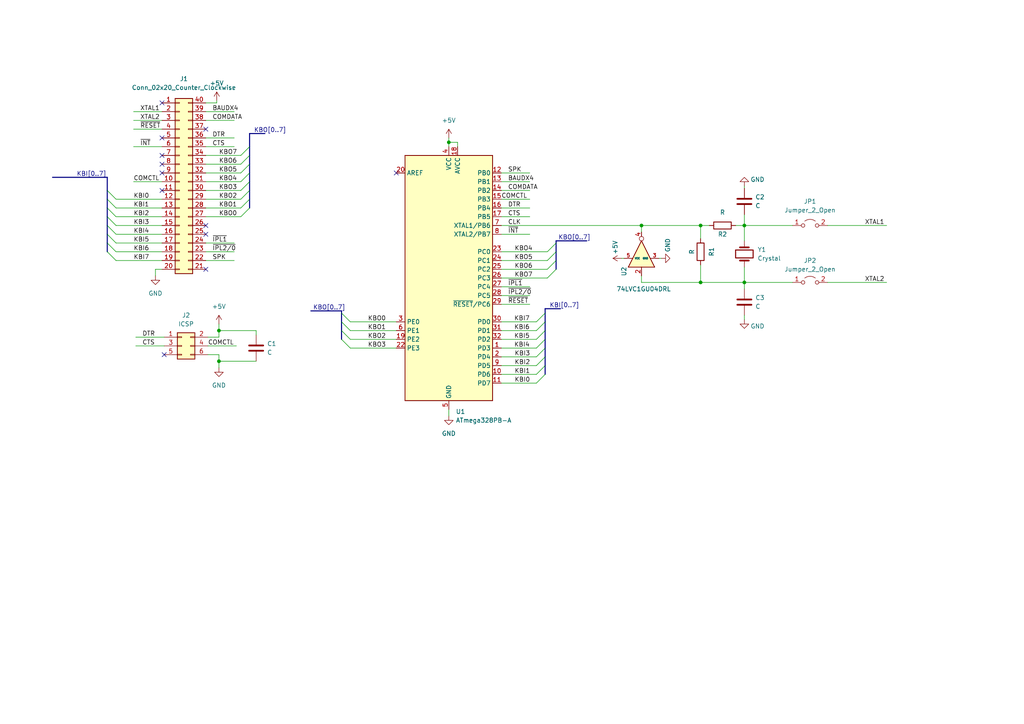
<source format=kicad_sch>
(kicad_sch (version 20211123) (generator eeschema)
  (paper "A4")
  (title_block (title "SINCLAIR QL i8049 REPLACEMENT") (date "2022-02-13") (rev "00") (company "Alvaro Alea Fernandez") (comment 1 "Replace IC24") (comment 2 "THIS IS WIP, DO NOT WORK, DO NOT USE"))
  (lib_symbols
    (symbol "74xGxx:74LVC1GU04DRL"
      (property "Reference" "U" (at -2.54 5.08 0))
      (property "Value" "74LVC1GU04DRL" (at 8.89 5.08 0))
      (symbol "74LVC1GU04DRL_0_1"
        (rectangle (start -2.54 3.81) (end -2.54 -3.81) (stroke (width 0.254)) (fill (type background)))
        (polyline (pts (xy -2.54 -3.81) (xy 5.08 0) (xy -2.54 3.81)) (stroke (width 0.254)) (fill (type background)))
        (circle (center 5.715 0) (radius 0.635))
      )
      (symbol "74LVC1GU04DRL_1_1"
        (pin no_connect line (at 5.08 0 180) (length 2.54) hide (name "NC") (number "1"))
        (pin input line (at -5.08 0 0) (length 2.54) (name "~") (number "2"))
        (pin power_in line (at 0 -5.08 90) (length 2.54) (name "GND") (number "3"))
        (pin output line (at 7.62 0 180) (length 1.27) (name "~") (number "4"))
        (pin power_in line (at 0 5.08 270) (length 2.54) (name "VCC") (number "5"))
      )
    )
    (symbol "Connector_Generic:Conn_02x03_Odd_Even" (pin_names (offset 1.016) hide)
      (property "Reference" "J" (at 1.27 5.08 0))
      (property "Value" "Conn_02x03_Odd_Even" (at 1.27 -5.08 0))
      (symbol "Conn_02x03_Odd_Even_1_1"
        (rectangle (start -1.27 -2.413) (end 0 -2.667) (stroke (width 0.1524)))
        (rectangle (start -1.27 0.127) (end 0 -0.127) (stroke (width 0.1524)))
        (rectangle (start -1.27 2.667) (end 0 2.413) (stroke (width 0.1524)))
        (rectangle (start -1.27 3.81) (end 3.81 -3.81) (stroke (width 0.254)) (fill (type background)))
        (rectangle (start 3.81 -2.413) (end 2.54 -2.667) (stroke (width 0.1524)))
        (rectangle (start 3.81 0.127) (end 2.54 -0.127) (stroke (width 0.1524)))
        (rectangle (start 3.81 2.667) (end 2.54 2.413) (stroke (width 0.1524)))
        (pin passive line (at -5.08 2.54 0) (length 3.81) (name "Pin_1") (number "1"))
        (pin passive line (at 7.62 2.54 180) (length 3.81) (name "Pin_2") (number "2"))
        (pin passive line (at -5.08 0 0) (length 3.81) (name "Pin_3") (number "3"))
        (pin passive line (at 7.62 0 180) (length 3.81) (name "Pin_4") (number "4"))
        (pin passive line (at -5.08 -2.54 0) (length 3.81) (name "Pin_5") (number "5"))
        (pin passive line (at 7.62 -2.54 180) (length 3.81) (name "Pin_6") (number "6"))
      )
    )
    (symbol "Connector_Generic:Conn_02x20_Counter_Clockwise" (pin_names (offset 1.016) hide)
      (property "Reference" "J" (at 1.27 25.4 0))
      (property "Value" "Conn_02x20_Counter_Clockwise" (at 1.27 -27.94 0))
      (symbol "Conn_02x20_Counter_Clockwise_1_1"
        (rectangle (start -1.27 -25.273) (end 0 -25.527) (stroke (width 0.1524)))
        (rectangle (start -1.27 -22.733) (end 0 -22.987) (stroke (width 0.1524)))
        (rectangle (start -1.27 -20.193) (end 0 -20.447) (stroke (width 0.1524)))
        (rectangle (start -1.27 -17.653) (end 0 -17.907) (stroke (width 0.1524)))
        (rectangle (start -1.27 -15.113) (end 0 -15.367) (stroke (width 0.1524)))
        (rectangle (start -1.27 -12.573) (end 0 -12.827) (stroke (width 0.1524)))
        (rectangle (start -1.27 -10.033) (end 0 -10.287) (stroke (width 0.1524)))
        (rectangle (start -1.27 -7.493) (end 0 -7.747) (stroke (width 0.1524)))
        (rectangle (start -1.27 -4.953) (end 0 -5.207) (stroke (width 0.1524)))
        (rectangle (start -1.27 -2.413) (end 0 -2.667) (stroke (width 0.1524)))
        (rectangle (start -1.27 0.127) (end 0 -0.127) (stroke (width 0.1524)))
        (rectangle (start -1.27 2.667) (end 0 2.413) (stroke (width 0.1524)))
        (rectangle (start -1.27 5.207) (end 0 4.953) (stroke (width 0.1524)))
        (rectangle (start -1.27 7.747) (end 0 7.493) (stroke (width 0.1524)))
        (rectangle (start -1.27 10.287) (end 0 10.033) (stroke (width 0.1524)))
        (rectangle (start -1.27 12.827) (end 0 12.573) (stroke (width 0.1524)))
        (rectangle (start -1.27 15.367) (end 0 15.113) (stroke (width 0.1524)))
        (rectangle (start -1.27 17.907) (end 0 17.653) (stroke (width 0.1524)))
        (rectangle (start -1.27 20.447) (end 0 20.193) (stroke (width 0.1524)))
        (rectangle (start -1.27 22.987) (end 0 22.733) (stroke (width 0.1524)))
        (rectangle (start -1.27 24.13) (end 3.81 -26.67) (stroke (width 0.254)) (fill (type background)))
        (rectangle (start 3.81 -25.273) (end 2.54 -25.527) (stroke (width 0.1524)))
        (rectangle (start 3.81 -22.733) (end 2.54 -22.987) (stroke (width 0.1524)))
        (rectangle (start 3.81 -20.193) (end 2.54 -20.447) (stroke (width 0.1524)))
        (rectangle (start 3.81 -17.653) (end 2.54 -17.907) (stroke (width 0.1524)))
        (rectangle (start 3.81 -15.113) (end 2.54 -15.367) (stroke (width 0.1524)))
        (rectangle (start 3.81 -12.573) (end 2.54 -12.827) (stroke (width 0.1524)))
        (rectangle (start 3.81 -10.033) (end 2.54 -10.287) (stroke (width 0.1524)))
        (rectangle (start 3.81 -7.493) (end 2.54 -7.747) (stroke (width 0.1524)))
        (rectangle (start 3.81 -4.953) (end 2.54 -5.207) (stroke (width 0.1524)))
        (rectangle (start 3.81 -2.413) (end 2.54 -2.667) (stroke (width 0.1524)))
        (rectangle (start 3.81 0.127) (end 2.54 -0.127) (stroke (width 0.1524)))
        (rectangle (start 3.81 2.667) (end 2.54 2.413) (stroke (width 0.1524)))
        (rectangle (start 3.81 5.207) (end 2.54 4.953) (stroke (width 0.1524)))
        (rectangle (start 3.81 7.747) (end 2.54 7.493) (stroke (width 0.1524)))
        (rectangle (start 3.81 10.287) (end 2.54 10.033) (stroke (width 0.1524)))
        (rectangle (start 3.81 12.827) (end 2.54 12.573) (stroke (width 0.1524)))
        (rectangle (start 3.81 15.367) (end 2.54 15.113) (stroke (width 0.1524)))
        (rectangle (start 3.81 17.907) (end 2.54 17.653) (stroke (width 0.1524)))
        (rectangle (start 3.81 20.447) (end 2.54 20.193) (stroke (width 0.1524)))
        (rectangle (start 3.81 22.987) (end 2.54 22.733) (stroke (width 0.1524)))
        (pin passive line (at -5.08 22.86 0) (length 3.81) (name "Pin_1") (number "1"))
        (pin passive line (at -5.08 0 0) (length 3.81) (name "Pin_10") (number "10"))
        (pin passive line (at -5.08 -2.54 0) (length 3.81) (name "Pin_11") (number "11"))
        (pin passive line (at -5.08 -5.08 0) (length 3.81) (name "Pin_12") (number "12"))
        (pin passive line (at -5.08 -7.62 0) (length 3.81) (name "Pin_13") (number "13"))
        (pin passive line (at -5.08 -10.16 0) (length 3.81) (name "Pin_14") (number "14"))
        (pin passive line (at -5.08 -12.7 0) (length 3.81) (name "Pin_15") (number "15"))
        (pin passive line (at -5.08 -15.24 0) (length 3.81) (name "Pin_16") (number "16"))
        (pin passive line (at -5.08 -17.78 0) (length 3.81) (name "Pin_17") (number "17"))
        (pin passive line (at -5.08 -20.32 0) (length 3.81) (name "Pin_18") (number "18"))
        (pin passive line (at -5.08 -22.86 0) (length 3.81) (name "Pin_19") (number "19"))
        (pin passive line (at -5.08 20.32 0) (length 3.81) (name "Pin_2") (number "2"))
        (pin passive line (at -5.08 -25.4 0) (length 3.81) (name "Pin_20") (number "20"))
        (pin passive line (at 7.62 -25.4 180) (length 3.81) (name "Pin_21") (number "21"))
        (pin passive line (at 7.62 -22.86 180) (length 3.81) (name "Pin_22") (number "22"))
        (pin passive line (at 7.62 -20.32 180) (length 3.81) (name "Pin_23") (number "23"))
        (pin passive line (at 7.62 -17.78 180) (length 3.81) (name "Pin_24") (number "24"))
        (pin passive line (at 7.62 -15.24 180) (length 3.81) (name "Pin_25") (number "25"))
        (pin passive line (at 7.62 -12.7 180) (length 3.81) (name "Pin_26") (number "26"))
        (pin passive line (at 7.62 -10.16 180) (length 3.81) (name "Pin_27") (number "27"))
        (pin passive line (at 7.62 -7.62 180) (length 3.81) (name "Pin_28") (number "28"))
        (pin passive line (at 7.62 -5.08 180) (length 3.81) (name "Pin_29") (number "29"))
        (pin passive line (at -5.08 17.78 0) (length 3.81) (name "Pin_3") (number "3"))
        (pin passive line (at 7.62 -2.54 180) (length 3.81) (name "Pin_30") (number "30"))
        (pin passive line (at 7.62 0 180) (length 3.81) (name "Pin_31") (number "31"))
        (pin passive line (at 7.62 2.54 180) (length 3.81) (name "Pin_32") (number "32"))
        (pin passive line (at 7.62 5.08 180) (length 3.81) (name "Pin_33") (number "33"))
        (pin passive line (at 7.62 7.62 180) (length 3.81) (name "Pin_34") (number "34"))
        (pin passive line (at 7.62 10.16 180) (length 3.81) (name "Pin_35") (number "35"))
        (pin passive line (at 7.62 12.7 180) (length 3.81) (name "Pin_36") (number "36"))
        (pin passive line (at 7.62 15.24 180) (length 3.81) (name "Pin_37") (number "37"))
        (pin passive line (at 7.62 17.78 180) (length 3.81) (name "Pin_38") (number "38"))
        (pin passive line (at 7.62 20.32 180) (length 3.81) (name "Pin_39") (number "39"))
        (pin passive line (at -5.08 15.24 0) (length 3.81) (name "Pin_4") (number "4"))
        (pin passive line (at 7.62 22.86 180) (length 3.81) (name "Pin_40") (number "40"))
        (pin passive line (at -5.08 12.7 0) (length 3.81) (name "Pin_5") (number "5"))
        (pin passive line (at -5.08 10.16 0) (length 3.81) (name "Pin_6") (number "6"))
        (pin passive line (at -5.08 7.62 0) (length 3.81) (name "Pin_7") (number "7"))
        (pin passive line (at -5.08 5.08 0) (length 3.81) (name "Pin_8") (number "8"))
        (pin passive line (at -5.08 2.54 0) (length 3.81) (name "Pin_9") (number "9"))
      )
    )
    (symbol "Device:C" (pin_numbers hide) (pin_names (offset 0.254))
      (property "Reference" "C" (at 0.635 2.54 0))
      (property "Value" "C" (at 0.635 -2.54 0))
      (symbol "C_0_1"
        (polyline (pts (xy -2.032 -0.762) (xy 2.032 -0.762)) (stroke (width 0.508)))
        (polyline (pts (xy -2.032 0.762) (xy 2.032 0.762)) (stroke (width 0.508)))
      )
      (symbol "C_1_1"
        (pin passive line (at 0 3.81 270) (length 2.794) (name "~") (number "1"))
        (pin passive line (at 0 -3.81 90) (length 2.794) (name "~") (number "2"))
      )
    )
    (symbol "Device:Crystal" (pin_numbers hide) (pin_names (offset 1.016) hide)
      (property "Reference" "Y" (at 0 3.81 0))
      (property "Value" "Crystal" (at 0 -3.81 0))
      (symbol "Crystal_0_1"
        (rectangle (start -1.143 2.54) (end 1.143 -2.54) (stroke (width 0.3048)))
        (polyline (pts (xy -2.54 0) (xy -1.905 0)))
        (polyline (pts (xy -1.905 -1.27) (xy -1.905 1.27)) (stroke (width 0.508)))
        (polyline (pts (xy 1.905 -1.27) (xy 1.905 1.27)) (stroke (width 0.508)))
        (polyline (pts (xy 2.54 0) (xy 1.905 0)))
      )
      (symbol "Crystal_1_1"
        (pin passive line (at -3.81 0 0) (length 1.27) (name "1") (number "1"))
        (pin passive line (at 3.81 0 180) (length 1.27) (name "2") (number "2"))
      )
    )
    (symbol "Device:R" (pin_numbers hide) (pin_names (offset 0))
      (property "Reference" "R" (at 2.032 0 90))
      (property "Value" "R" (at 0 0 90))
      (symbol "R_0_1"
        (rectangle (start -1.016 -2.54) (end 1.016 2.54) (stroke (width 0.254)))
      )
      (symbol "R_1_1"
        (pin passive line (at 0 3.81 270) (length 1.27) (name "~") (number "1"))
        (pin passive line (at 0 -3.81 90) (length 1.27) (name "~") (number "2"))
      )
    )
    (symbol "Jumper:Jumper_2_Open" (pin_names (offset 0) hide)
      (property "Reference" "JP" (at 0 2.794 0))
      (property "Value" "Jumper_2_Open" (at 0 -2.286 0))
      (symbol "Jumper_2_Open_0_0"
        (circle (center -2.032 0) (radius 0.508))
        (circle (center 2.032 0) (radius 0.508))
      )
      (symbol "Jumper_2_Open_0_1"
        (arc (start 1.524 1.27) (mid 0 1.778) (end -1.524 1.27))
      )
      (symbol "Jumper_2_Open_1_1"
        (pin passive line (at -5.08 0 0) (length 2.54) (name "A") (number "1"))
        (pin passive line (at 5.08 0 180) (length 2.54) (name "B") (number "2"))
      )
    )
    (symbol "MCU_Microchip_ATmega:ATmega328PB-A"
      (property "Reference" "U" (at -12.7 36.83 0))
      (property "Value" "ATmega328PB-A" (at 2.54 -36.83 0))
      (symbol "ATmega328PB-A_0_1"
        (rectangle (start -12.7 -35.56) (end 12.7 35.56) (stroke (width 0.254)) (fill (type background)))
      )
      (symbol "ATmega328PB-A_1_1"
        (pin bidirectional line (at 15.24 -20.32 180) (length 2.54) (name "PD3") (number "1"))
        (pin bidirectional line (at 15.24 -27.94 180) (length 2.54) (name "PD6") (number "10"))
        (pin bidirectional line (at 15.24 -30.48 180) (length 2.54) (name "PD7") (number "11"))
        (pin bidirectional line (at 15.24 30.48 180) (length 2.54) (name "PB0") (number "12"))
        (pin bidirectional line (at 15.24 27.94 180) (length 2.54) (name "PB1") (number "13"))
        (pin bidirectional line (at 15.24 25.4 180) (length 2.54) (name "PB2") (number "14"))
        (pin bidirectional line (at 15.24 22.86 180) (length 2.54) (name "PB3") (number "15"))
        (pin bidirectional line (at 15.24 20.32 180) (length 2.54) (name "PB4") (number "16"))
        (pin bidirectional line (at 15.24 17.78 180) (length 2.54) (name "PB5") (number "17"))
        (pin power_in line (at 2.54 38.1 270) (length 2.54) (name "AVCC") (number "18"))
        (pin bidirectional line (at -15.24 -17.78 0) (length 2.54) (name "PE2") (number "19"))
        (pin bidirectional line (at 15.24 -22.86 180) (length 2.54) (name "PD4") (number "2"))
        (pin passive line (at -15.24 30.48 0) (length 2.54) (name "AREF") (number "20"))
        (pin passive line (at 0 -38.1 90) (length 2.54) hide (name "GND") (number "21"))
        (pin bidirectional line (at -15.24 -20.32 0) (length 2.54) (name "PE3") (number "22"))
        (pin bidirectional line (at 15.24 7.62 180) (length 2.54) (name "PC0") (number "23"))
        (pin bidirectional line (at 15.24 5.08 180) (length 2.54) (name "PC1") (number "24"))
        (pin bidirectional line (at 15.24 2.54 180) (length 2.54) (name "PC2") (number "25"))
        (pin bidirectional line (at 15.24 0 180) (length 2.54) (name "PC3") (number "26"))
        (pin bidirectional line (at 15.24 -2.54 180) (length 2.54) (name "PC4") (number "27"))
        (pin bidirectional line (at 15.24 -5.08 180) (length 2.54) (name "PC5") (number "28"))
        (pin bidirectional line (at 15.24 -7.62 180) (length 2.54) (name "~{RESET}/PC6") (number "29"))
        (pin bidirectional line (at -15.24 -12.7 0) (length 2.54) (name "PE0") (number "3"))
        (pin bidirectional line (at 15.24 -12.7 180) (length 2.54) (name "PD0") (number "30"))
        (pin bidirectional line (at 15.24 -15.24 180) (length 2.54) (name "PD1") (number "31"))
        (pin bidirectional line (at 15.24 -17.78 180) (length 2.54) (name "PD2") (number "32"))
        (pin power_in line (at 0 38.1 270) (length 2.54) (name "VCC") (number "4"))
        (pin power_in line (at 0 -38.1 90) (length 2.54) (name "GND") (number "5"))
        (pin bidirectional line (at -15.24 -15.24 0) (length 2.54) (name "PE1") (number "6"))
        (pin bidirectional line (at 15.24 15.24 180) (length 2.54) (name "XTAL1/PB6") (number "7"))
        (pin bidirectional line (at 15.24 12.7 180) (length 2.54) (name "XTAL2/PB7") (number "8"))
        (pin bidirectional line (at 15.24 -25.4 180) (length 2.54) (name "PD5") (number "9"))
      )
    )
    (symbol "power:+5V" (power) (pin_names (offset 0))
      (property "Value" "+5V" (at 0 3.556 0))
      (symbol "+5V_0_1"
        (polyline (pts (xy -0.762 1.27) (xy 0 2.54)))
        (polyline (pts (xy 0 0) (xy 0 2.54)))
        (polyline (pts (xy 0 2.54) (xy 0.762 1.27)))
      )
      (symbol "+5V_1_1"
        (pin power_in line (at 0 0 90) (length 0) hide (name "+5V") (number "1"))
      )
    )
    (symbol "power:GND" (power) (pin_names (offset 0))
      (property "Value" "GND" (at 0 -3.81 0))
      (symbol "GND_0_1"
        (polyline (pts (xy 0 0) (xy 0 -1.27) (xy 1.27 -1.27) (xy 0 -2.54) (xy -1.27 -1.27) (xy 0 -1.27)))
      )
      (symbol "GND_1_1"
        (pin power_in line (at 0 0 270) (length 0) hide (name "GND") (number "1"))
      )
    )
  )
  (junction (at 215.9 81.915))
  (junction (at 63.5 95.885))
  (junction (at 203.2 81.915))
  (junction (at 186.055 65.405))
  (junction (at 63.5 104.775))
  (junction (at 130.175 41.275))
  (junction (at 203.2 65.405))
  (junction (at 215.9 65.405))
  (no_connect (at 114.935 50.165))
  (no_connect (at 47.625 102.87))
  (no_connect (at 59.69 67.945))
  (no_connect (at 46.99 55.245))
  (no_connect (at 46.99 29.845))
  (no_connect (at 46.99 40.005))
  (no_connect (at 46.99 47.625))
  (no_connect (at 46.99 50.165))
  (no_connect (at 46.99 45.085))
  (no_connect (at 59.69 65.405))
  (no_connect (at 59.69 78.105))
  (no_connect (at 59.69 37.465))
  (bus_entry (at 99.06 95.885) (size 2.54 2.54))
  (bus_entry (at 31.115 67.945) (size 2.54 2.54))
  (bus_entry (at 31.115 62.865) (size 2.54 2.54))
  (bus_entry (at 158.115 103.505) (size -2.54 2.54))
  (bus_entry (at 161.29 75.565) (size -2.54 2.54))
  (bus_entry (at 72.39 57.785) (size -2.54 2.54))
  (bus_entry (at 31.115 70.485) (size 2.54 2.54))
  (bus_entry (at 99.06 93.345) (size 2.54 2.54))
  (bus_entry (at 72.39 47.625) (size -2.54 2.54))
  (bus_entry (at 31.115 55.245) (size 2.54 2.54))
  (bus_entry (at 161.29 78.105) (size -2.54 2.54))
  (bus_entry (at 31.115 73.025) (size 2.54 2.54))
  (bus_entry (at 158.115 90.805) (size -2.54 2.54))
  (bus_entry (at 158.115 98.425) (size -2.54 2.54))
  (bus_entry (at 158.115 93.345) (size -2.54 2.54))
  (bus_entry (at 31.115 57.785) (size 2.54 2.54))
  (bus_entry (at 72.39 55.245) (size -2.54 2.54))
  (bus_entry (at 99.06 98.425) (size 2.54 2.54))
  (bus_entry (at 31.115 65.405) (size 2.54 2.54))
  (bus_entry (at 158.115 108.585) (size -2.54 2.54))
  (bus_entry (at 99.06 90.805) (size 2.54 2.54))
  (bus_entry (at 158.115 106.045) (size -2.54 2.54))
  (bus_entry (at 158.115 95.885) (size -2.54 2.54))
  (bus_entry (at 161.29 70.485) (size -2.54 2.54))
  (bus_entry (at 72.39 45.085) (size -2.54 2.54))
  (bus_entry (at 72.39 60.325) (size -2.54 2.54))
  (bus_entry (at 72.39 42.545) (size -2.54 2.54))
  (bus_entry (at 72.39 50.165) (size -2.54 2.54))
  (bus_entry (at 161.29 73.025) (size -2.54 2.54))
  (bus_entry (at 72.39 52.705) (size -2.54 2.54))
  (bus_entry (at 31.115 60.325) (size 2.54 2.54))
  (bus_entry (at 158.115 100.965) (size -2.54 2.54))
  (wire (pts (xy 63.5 93.98) (xy 63.5 95.885)))
  (wire (pts (xy 59.69 34.925) (xy 67.945 34.925)))
  (wire (pts (xy 145.415 50.165) (xy 153.67 50.165)))
  (wire (pts (xy 59.69 45.085) (xy 69.85 45.085)))
  (bus (pts (xy 31.115 60.325) (xy 31.115 57.785)))
  (wire (pts (xy 33.655 75.565) (xy 46.99 75.565)))
  (bus (pts (xy 15.24 51.435) (xy 31.115 51.435)))
  (bus (pts (xy 170.18 69.85) (xy 161.29 69.85)))
  (wire (pts (xy 158.75 80.645) (xy 145.415 80.645)))
  (wire (pts (xy 215.9 65.405) (xy 229.87 65.405)))
  (bus (pts (xy 99.06 98.425) (xy 99.06 95.885)))
  (bus (pts (xy 72.39 42.545) (xy 72.39 38.735)))
  (bus (pts (xy 99.06 95.885) (xy 99.06 93.345)))
  (bus (pts (xy 72.39 50.165) (xy 72.39 47.625)))
  (wire (pts (xy 145.415 98.425) (xy 155.575 98.425)))
  (wire (pts (xy 45.085 78.105) (xy 45.085 80.01)))
  (wire (pts (xy 39.37 97.79) (xy 47.625 97.79)))
  (wire (pts (xy 215.9 81.915) (xy 215.9 83.82)))
  (wire (pts (xy 240.03 65.405) (xy 257.175 65.405)))
  (wire (pts (xy 46.99 78.105) (xy 45.085 78.105)))
  (wire (pts (xy 145.415 52.705) (xy 153.67 52.705)))
  (bus (pts (xy 72.39 47.625) (xy 72.39 45.085)))
  (bus (pts (xy 72.39 45.085) (xy 72.39 42.545)))
  (bus (pts (xy 158.115 89.535) (xy 162.56 89.535)))
  (wire (pts (xy 145.415 85.725) (xy 153.67 85.725)))
  (wire (pts (xy 59.69 52.705) (xy 69.85 52.705)))
  (wire (pts (xy 145.415 108.585) (xy 155.575 108.585)))
  (wire (pts (xy 38.735 32.385) (xy 46.99 32.385)))
  (wire (pts (xy 158.75 73.025) (xy 145.415 73.025)))
  (wire (pts (xy 215.9 77.47) (xy 215.9 81.915)))
  (bus (pts (xy 99.06 93.345) (xy 99.06 90.805)))
  (wire (pts (xy 203.2 76.835) (xy 203.2 81.915)))
  (bus (pts (xy 99.06 90.805) (xy 99.06 90.17)))
  (wire (pts (xy 60.325 97.79) (xy 63.5 97.79)))
  (wire (pts (xy 145.415 55.245) (xy 153.67 55.245)))
  (bus (pts (xy 161.29 73.025) (xy 161.29 70.485)))
  (wire (pts (xy 203.2 81.915) (xy 215.9 81.915)))
  (wire (pts (xy 62.865 29.21) (xy 62.865 29.845)))
  (wire (pts (xy 186.055 80.01) (xy 186.055 81.915)))
  (wire (pts (xy 59.69 70.485) (xy 67.945 70.485)))
  (wire (pts (xy 101.6 93.345) (xy 114.935 93.345)))
  (bus (pts (xy 72.39 55.245) (xy 72.39 52.705)))
  (wire (pts (xy 33.655 62.865) (xy 46.99 62.865)))
  (wire (pts (xy 59.69 75.565) (xy 67.945 75.565)))
  (wire (pts (xy 215.9 54.61) (xy 215.9 53.975)))
  (wire (pts (xy 60.325 100.33) (xy 68.58 100.33)))
  (bus (pts (xy 158.115 106.045) (xy 158.115 103.505)))
  (wire (pts (xy 74.295 95.885) (xy 63.5 95.885)))
  (bus (pts (xy 158.115 108.585) (xy 158.115 106.045)))
  (bus (pts (xy 31.115 57.785) (xy 31.115 55.245)))
  (wire (pts (xy 145.415 100.965) (xy 155.575 100.965)))
  (wire (pts (xy 74.295 97.155) (xy 74.295 95.885)))
  (wire (pts (xy 33.655 67.945) (xy 46.99 67.945)))
  (wire (pts (xy 158.75 75.565) (xy 145.415 75.565)))
  (bus (pts (xy 31.115 70.485) (xy 31.115 67.945)))
  (wire (pts (xy 101.6 95.885) (xy 114.935 95.885)))
  (wire (pts (xy 215.9 65.405) (xy 215.9 62.23)))
  (wire (pts (xy 145.415 57.785) (xy 153.67 57.785)))
  (wire (pts (xy 63.5 104.775) (xy 63.5 106.68)))
  (wire (pts (xy 101.6 98.425) (xy 114.935 98.425)))
  (bus (pts (xy 161.29 75.565) (xy 161.29 73.025)))
  (bus (pts (xy 31.115 62.865) (xy 31.115 60.325)))
  (wire (pts (xy 59.69 60.325) (xy 69.85 60.325)))
  (wire (pts (xy 59.69 50.165) (xy 69.85 50.165)))
  (bus (pts (xy 158.115 95.885) (xy 158.115 93.345)))
  (bus (pts (xy 72.39 52.705) (xy 72.39 50.165)))
  (wire (pts (xy 33.655 60.325) (xy 46.99 60.325)))
  (wire (pts (xy 63.5 95.885) (xy 63.5 97.79)))
  (bus (pts (xy 72.39 38.735) (xy 76.835 38.735)))
  (wire (pts (xy 213.36 65.405) (xy 215.9 65.405)))
  (wire (pts (xy 240.03 81.915) (xy 257.175 81.915)))
  (bus (pts (xy 161.29 70.485) (xy 161.29 69.85)))
  (wire (pts (xy 215.9 91.44) (xy 215.9 92.71)))
  (wire (pts (xy 63.5 102.87) (xy 63.5 104.775)))
  (bus (pts (xy 31.115 73.025) (xy 31.115 70.485)))
  (bus (pts (xy 158.115 90.805) (xy 158.115 89.535)))
  (wire (pts (xy 180.975 74.93) (xy 180.34 74.93)))
  (wire (pts (xy 186.055 81.915) (xy 203.2 81.915)))
  (wire (pts (xy 145.415 103.505) (xy 155.575 103.505)))
  (wire (pts (xy 59.69 57.785) (xy 69.85 57.785)))
  (wire (pts (xy 130.175 41.275) (xy 130.175 42.545)))
  (wire (pts (xy 145.415 62.865) (xy 153.67 62.865)))
  (wire (pts (xy 215.9 65.405) (xy 215.9 69.85)))
  (wire (pts (xy 59.69 32.385) (xy 67.945 32.385)))
  (bus (pts (xy 31.115 67.945) (xy 31.115 65.405)))
  (wire (pts (xy 203.2 65.405) (xy 203.2 69.215)))
  (wire (pts (xy 191.77 74.93) (xy 191.135 74.93)))
  (wire (pts (xy 205.74 65.405) (xy 203.2 65.405)))
  (wire (pts (xy 130.175 40.005) (xy 130.175 41.275)))
  (bus (pts (xy 158.115 93.345) (xy 158.115 90.805)))
  (wire (pts (xy 59.69 40.005) (xy 67.945 40.005)))
  (wire (pts (xy 145.415 67.945) (xy 153.67 67.945)))
  (bus (pts (xy 72.39 60.325) (xy 72.39 57.785)))
  (wire (pts (xy 59.69 42.545) (xy 67.945 42.545)))
  (wire (pts (xy 38.735 52.705) (xy 46.99 52.705)))
  (wire (pts (xy 38.735 34.925) (xy 46.99 34.925)))
  (wire (pts (xy 186.055 65.405) (xy 203.2 65.405)))
  (wire (pts (xy 60.325 102.87) (xy 63.5 102.87)))
  (bus (pts (xy 72.39 57.785) (xy 72.39 55.245)))
  (wire (pts (xy 215.9 81.915) (xy 229.87 81.915)))
  (wire (pts (xy 39.37 100.33) (xy 47.625 100.33)))
  (wire (pts (xy 132.715 42.545) (xy 132.715 41.275)))
  (wire (pts (xy 33.655 57.785) (xy 46.99 57.785)))
  (wire (pts (xy 59.69 62.865) (xy 69.85 62.865)))
  (wire (pts (xy 130.175 118.745) (xy 130.175 120.65)))
  (bus (pts (xy 158.115 100.965) (xy 158.115 98.425)))
  (wire (pts (xy 59.69 29.845) (xy 62.865 29.845)))
  (wire (pts (xy 33.655 70.485) (xy 46.99 70.485)))
  (wire (pts (xy 59.69 73.025) (xy 67.945 73.025)))
  (wire (pts (xy 145.415 111.125) (xy 155.575 111.125)))
  (wire (pts (xy 59.69 47.625) (xy 69.85 47.625)))
  (wire (pts (xy 74.295 104.775) (xy 63.5 104.775)))
  (wire (pts (xy 101.6 100.965) (xy 114.935 100.965)))
  (wire (pts (xy 145.415 88.265) (xy 153.67 88.265)))
  (bus (pts (xy 158.115 98.425) (xy 158.115 95.885)))
  (wire (pts (xy 38.735 37.465) (xy 46.99 37.465)))
  (wire (pts (xy 145.415 83.185) (xy 153.67 83.185)))
  (wire (pts (xy 145.415 60.325) (xy 153.67 60.325)))
  (bus (pts (xy 31.115 55.245) (xy 31.115 51.435)))
  (bus (pts (xy 158.115 103.505) (xy 158.115 100.965)))
  (wire (pts (xy 145.415 65.405) (xy 186.055 65.405)))
  (wire (pts (xy 132.715 41.275) (xy 130.175 41.275)))
  (wire (pts (xy 158.75 78.105) (xy 145.415 78.105)))
  (wire (pts (xy 59.69 55.245) (xy 69.85 55.245)))
  (wire (pts (xy 145.415 93.345) (xy 155.575 93.345)))
  (wire (pts (xy 38.735 42.545) (xy 46.99 42.545)))
  (wire (pts (xy 145.415 95.885) (xy 155.575 95.885)))
  (wire (pts (xy 33.655 65.405) (xy 46.99 65.405)))
  (bus (pts (xy 90.17 90.17) (xy 99.06 90.17)))
  (bus (pts (xy 31.115 65.405) (xy 31.115 62.865)))
  (wire (pts (xy 33.655 73.025) (xy 46.99 73.025)))
  (bus (pts (xy 161.29 78.105) (xy 161.29 75.565)))
  (wire (pts (xy 186.055 67.31) (xy 186.055 65.405)))
  (wire (pts (xy 145.415 106.045) (xy 155.575 106.045)))
  (label "~{IPL2{slash}0}" (at 61.595 73.025 0))
  (label "~{IPL1}" (at 61.595 70.485 0))
  (label "CTS" (at 61.595 42.545 0))
  (label "KBI0" (at 149.225 111.125 0))
  (label "KBO0" (at 106.68 93.345 0))
  (label "CLK" (at 147.32 65.405 0))
  (label "~{RESET}" (at 147.32 88.265 0))
  (label "KBO1" (at 106.68 95.885 0))
  (label "SPK" (at 147.32 50.165 0))
  (label "COMCTL" (at 38.735 52.705 0))
  (label "KBO[0..7]" (at 90.805 90.17 0))
  (label "~{INT}" (at 40.64 42.545 0))
  (label "COMCTL" (at 60.325 100.33 0))
  (label "KBO0" (at 63.5 62.865 0))
  (label "KBO[0..7]" (at 73.66 38.735 0))
  (label "KBO4" (at 149.225 73.025 0))
  (label "XTAL1" (at 40.64 32.385 0))
  (label "DTR" (at 147.32 60.325 0))
  (label "XTAL2" (at 40.64 34.925 0))
  (label "~{RESET}" (at 40.64 37.465 0))
  (label "KBI7" (at 38.735 75.565 0))
  (label "COMDATA" (at 147.32 55.245 0))
  (label "XTAL1" (at 250.825 65.405 0))
  (label "KBO1" (at 63.5 60.325 0))
  (label "KBI2" (at 38.735 62.865 0))
  (label "KBO2" (at 106.68 98.425 0))
  (label "~{IPL1}" (at 147.32 83.185 0))
  (label "KBI7" (at 153.67 93.345 180))
  (label "KBI3" (at 149.225 103.505 0))
  (label "KBO5" (at 63.5 50.165 0))
  (label "KBI4" (at 153.67 100.965 180))
  (label "KBO5" (at 149.225 75.565 0))
  (label "KBO2" (at 63.5 57.785 0))
  (label "KBO3" (at 63.5 55.245 0))
  (label "CTS" (at 147.32 62.865 0))
  (label "KBI4" (at 38.735 67.945 0))
  (label "KBI[0..7]" (at 159.385 89.535 0))
  (label "KBO6" (at 63.5 47.625 0))
  (label "KBO3" (at 106.68 100.965 0))
  (label "KBI2" (at 149.225 106.045 0))
  (label "DTR" (at 41.275 97.79 0))
  (label "KBI0" (at 38.735 57.785 0))
  (label "CTS" (at 41.275 100.33 0))
  (label "COMCTL" (at 145.415 57.785 0))
  (label "KBO7" (at 63.5 45.085 0))
  (label "KBI6" (at 38.735 73.025 0))
  (label "KBI3" (at 38.735 65.405 0))
  (label "KBO4" (at 63.5 52.705 0))
  (label "SPK" (at 61.595 75.565 0))
  (label "XTAL2" (at 250.825 81.915 0))
  (label "KBI5" (at 153.67 98.425 180))
  (label "KBI5" (at 38.735 70.485 0))
  (label "COMDATA" (at 61.595 34.925 0))
  (label "BAUDX4" (at 61.595 32.385 0))
  (label "KBO6" (at 149.225 78.105 0))
  (label "KBI6" (at 153.67 95.885 180))
  (label "KBI[0..7]" (at 22.225 51.435 0))
  (label "~{INT}" (at 147.32 67.945 0))
  (label "DTR" (at 61.595 40.005 0))
  (label "KBO7" (at 149.225 80.645 0))
  (label "KBI1" (at 149.225 108.585 0))
  (label "BAUDX4" (at 147.32 52.705 0))
  (label "~{IPL2{slash}0}" (at 147.32 85.725 0))
  (label "KBO[0..7]" (at 161.925 69.85 0))
  (label "KBI1" (at 38.735 60.325 0))
  (symbol (lib_id "Device:R") (at 203.2 73.025 0) (unit 1)
    (property "Reference" "R1" (at 206.375 73.025 90))
    (property "Value" "R" (at 200.66 73.025 90))
    (property "Footprint" "Resistor_SMD:R_0603_1608Metric_Pad0.98x0.95mm_HandSolder" (effects hide))
  )
  (symbol (lib_id "Jumper:Jumper_2_Open") (at 234.95 65.405 0) (unit 1)
    (property "Reference" "JP1" (at 234.95 58.42 0))
    (property "Value" "Jumper_2_Open" (at 234.95 60.96 0))
    (property "Footprint" "Jumper:SolderJumper-2_P1.3mm_Open_Pad1.0x1.5mm" (effects hide))
  )
  (symbol (lib_id "power:GND") (at 130.175 120.65 0) (unit 1)
    (property "Reference" "#PWR06" (effects hide))
    (property "Value" "GND" (at 130.175 125.73 0))
  )
  (symbol (lib_id "power:GND") (at 215.9 53.975 180) (unit 1)
    (property "Reference" "#PWR09" (effects hide))
    (property "Value" "GND" (at 219.71 52.07 0))
  )
  (symbol (lib_id "power:+5V") (at 62.865 29.21 0) (unit 1)
    (property "Reference" "#PWR02" (effects hide))
    (property "Value" "+5V" (at 62.865 24.13 0))
  )
  (symbol (lib_id "power:+5V") (at 63.5 93.98 0) (unit 1)
    (property "Reference" "#PWR03" (effects hide))
    (property "Value" "+5V" (at 63.5 88.9 0))
  )
  (symbol (lib_id "Connector_Generic:Conn_02x03_Odd_Even") (at 52.705 100.33 0) (unit 1)
    (property "Reference" "J2" (at 53.975 91.44 0))
    (property "Value" "ICSP" (at 53.975 93.98 0))
    (property "Footprint" "Connector_PinHeader_2.54mm:PinHeader_2x03_P2.54mm_Vertical" (effects hide))
  )
  (symbol (lib_id "power:GND") (at 191.77 74.93 90) (mirror x) (unit 1)
    (property "Reference" "#PWR08" (effects hide))
    (property "Value" "GND" (at 193.675 71.12 0))
  )
  (symbol (lib_id "power:GND") (at 215.9 92.71 0) (unit 1)
    (property "Reference" "#PWR010" (effects hide))
    (property "Value" "GND" (at 219.71 94.615 0))
  )
  (symbol (lib_id "MCU_Microchip_ATmega:ATmega328PB-A") (at 130.175 80.645 0) (unit 1)
    (property "Reference" "U1" (at 132.1944 119.38 0) (effects (justify left)))
    (property "Value" "ATmega328PB-A" (at 132.1944 121.92 0) (effects (justify left)))
    (property "Footprint" "Package_QFP:TQFP-32_7x7mm_P0.8mm" (effects hide))
    (property "Datasheet" "http://ww1.microchip.com/downloads/en/DeviceDoc/40001906C.pdf" (effects hide))
  )
  (symbol (lib_id "Connector_Generic:Conn_02x20_Counter_Clockwise") (at 52.07 52.705 0) (unit 1)
    (property "Reference" "J1" (at 53.34 22.86 0))
    (property "Value" "Conn_02x20_Counter_Clockwise" (at 53.34 25.4 0))
    (property "Footprint" "Package_DIP:DIP-40_W15.24mm_Socket" (effects hide))
  )
  (symbol (lib_id "power:GND") (at 45.085 80.01 0) (unit 1)
    (property "Reference" "#PWR01" (effects hide))
    (property "Value" "GND" (at 45.085 85.09 0))
  )
  (symbol (lib_id "power:+5V") (at 130.175 40.005 0) (unit 1)
    (property "Reference" "#PWR05" (effects hide))
    (property "Value" "+5V" (at 130.175 34.925 0))
  )
  (symbol (lib_id "Device:C") (at 215.9 87.63 0) (unit 1)
    (property "Reference" "C3" (at 219.075 86.3599 0) (effects (justify left)))
    (property "Value" "C" (at 219.075 88.8999 0) (effects (justify left)))
    (property "Footprint" "Capacitor_SMD:C_0603_1608Metric_Pad1.08x0.95mm_HandSolder" (effects hide))
  )
  (symbol (lib_id "Jumper:Jumper_2_Open") (at 234.95 81.915 0) (unit 1)
    (property "Reference" "JP2" (at 234.95 75.565 0))
    (property "Value" "Jumper_2_Open" (at 234.95 78.105 0))
    (property "Footprint" "Jumper:SolderJumper-2_P1.3mm_Open_Pad1.0x1.5mm" (effects hide))
  )
  (symbol (lib_id "Device:R") (at 209.55 65.405 90) (unit 1)
    (property "Reference" "R2" (at 209.55 67.945 90))
    (property "Value" "R" (at 209.55 61.595 90))
    (property "Footprint" "Resistor_SMD:R_0603_1608Metric_Pad0.98x0.95mm_HandSolder" (effects hide))
  )
  (symbol (lib_id "74xGxx:74LVC1GU04DRL") (at 186.055 74.93 90) (unit 1)
    (property "Reference" "U2" (at 180.975 78.74 0))
    (property "Value" "74LVC1GU04DRL" (at 186.69 83.82 90))
    (property "Footprint" "Package_TO_SOT_SMD:SOT-23-5_HandSoldering" (effects hide))
    (property "Datasheet" "http://www.ti.com/lit/ds/symlink/sn74lvc1gu04.pdf" (effects hide))
  )
  (symbol (lib_id "Device:C") (at 215.9 58.42 180) (unit 1)
    (property "Reference" "C2" (at 219.075 57.1499 0) (effects (justify right)))
    (property "Value" "C" (at 219.075 59.6899 0) (effects (justify right)))
    (property "Footprint" "Capacitor_SMD:C_0603_1608Metric_Pad1.08x0.95mm_HandSolder" (effects hide))
  )
  (symbol (lib_id "power:+5V") (at 180.34 74.93 90) (mirror x) (unit 1)
    (property "Reference" "#PWR07" (effects hide))
    (property "Value" "+5V" (at 178.435 71.755 0))
  )
  (symbol (lib_id "Device:Crystal") (at 215.9 73.66 270) (unit 1)
    (property "Reference" "Y1" (at 219.71 72.3899 90) (effects (justify left)))
    (property "Value" "Crystal" (at 219.71 74.9299 90) (effects (justify left)))
    (property "Footprint" "Crystal:Crystal_SMD_HC49-SD" (effects hide))
  )
  (symbol (lib_id "power:GND") (at 63.5 106.68 0) (mirror y) (unit 1)
    (property "Reference" "#PWR04" (effects hide))
    (property "Value" "GND" (at 63.5 111.76 0))
  )
  (symbol (lib_id "Device:C") (at 74.295 100.965 0) (unit 1)
    (property "Reference" "C1" (at 77.47 99.6949 0) (effects (justify left)))
    (property "Value" "C" (at 77.47 102.2349 0) (effects (justify left)))
    (property "Footprint" "Capacitor_SMD:C_0603_1608Metric_Pad1.08x0.95mm_HandSolder" (effects hide))
  )
)
</source>
